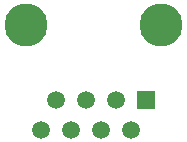
<source format=gbr>
G04 #@! TF.GenerationSoftware,KiCad,Pcbnew,(5.1.4)-1*
G04 #@! TF.CreationDate,2021-01-17T20:12:36-03:30*
G04 #@! TF.ProjectId,Eth_Breakout,4574685f-4272-4656-916b-6f75742e6b69,V1.0*
G04 #@! TF.SameCoordinates,Original*
G04 #@! TF.FileFunction,Copper,L2,Bot*
G04 #@! TF.FilePolarity,Positive*
%FSLAX46Y46*%
G04 Gerber Fmt 4.6, Leading zero omitted, Abs format (unit mm)*
G04 Created by KiCad (PCBNEW (5.1.4)-1) date 2021-01-17 20:12:36*
%MOMM*%
%LPD*%
G04 APERTURE LIST*
%ADD10C,1.500000*%
%ADD11R,1.500000X1.500000*%
%ADD12C,3.650000*%
G04 APERTURE END LIST*
D10*
X54860000Y-133790000D03*
X56130000Y-131250000D03*
X57400000Y-133790000D03*
X58670000Y-131250000D03*
X59940000Y-133790000D03*
X61210000Y-131250000D03*
X62480000Y-133790000D03*
D11*
X63750000Y-131250000D03*
D12*
X65020000Y-124900000D03*
X53590000Y-124900000D03*
M02*

</source>
